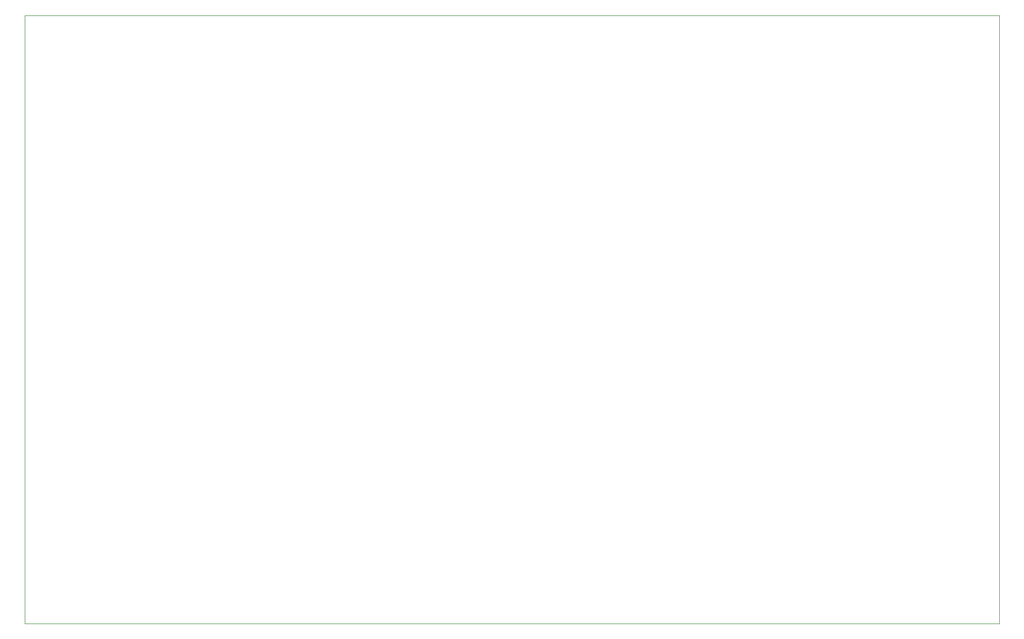
<source format=gko>
G75*
%MOIN*%
%OFA0B0*%
%FSLAX25Y25*%
%IPPOS*%
%LPD*%
%AMOC8*
5,1,8,0,0,1.08239X$1,22.5*
%
%ADD10C,0.00472*%
D10*
X0001236Y0001236D02*
X0631157Y0001236D01*
X0631157Y0394937D01*
X0001236Y0394937D01*
X0001236Y0394937D01*
X0001236Y0001236D01*
M02*

</source>
